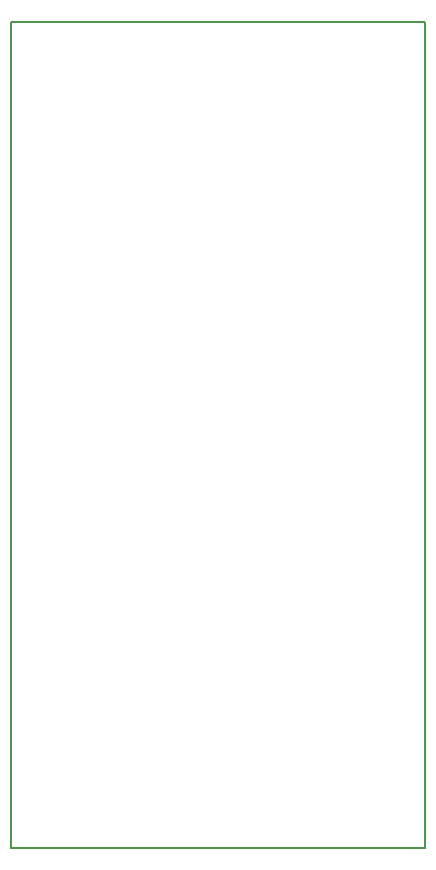
<source format=gbr>
G04 #@! TF.GenerationSoftware,KiCad,Pcbnew,(5.99.0-10229-ge8e7d13299)*
G04 #@! TF.CreationDate,2021-06-15T20:07:50+02:00*
G04 #@! TF.ProjectId,openair2,6f70656e-6169-4723-922e-6b696361645f,rev?*
G04 #@! TF.SameCoordinates,PX3473bc0PY1312d00*
G04 #@! TF.FileFunction,Profile,NP*
%FSLAX46Y46*%
G04 Gerber Fmt 4.6, Leading zero omitted, Abs format (unit mm)*
G04 Created by KiCad (PCBNEW (5.99.0-10229-ge8e7d13299)) date 2021-06-15 20:07:50*
%MOMM*%
%LPD*%
G01*
G04 APERTURE LIST*
G04 #@! TA.AperFunction,Profile*
%ADD10C,0.150000*%
G04 #@! TD*
G04 APERTURE END LIST*
D10*
X35000000Y-70000000D02*
X0Y-70000000D01*
X0Y0D02*
X0Y-70000000D01*
X0Y0D02*
X35000000Y0D01*
X35000000Y0D02*
X35000000Y-70000000D01*
M02*

</source>
